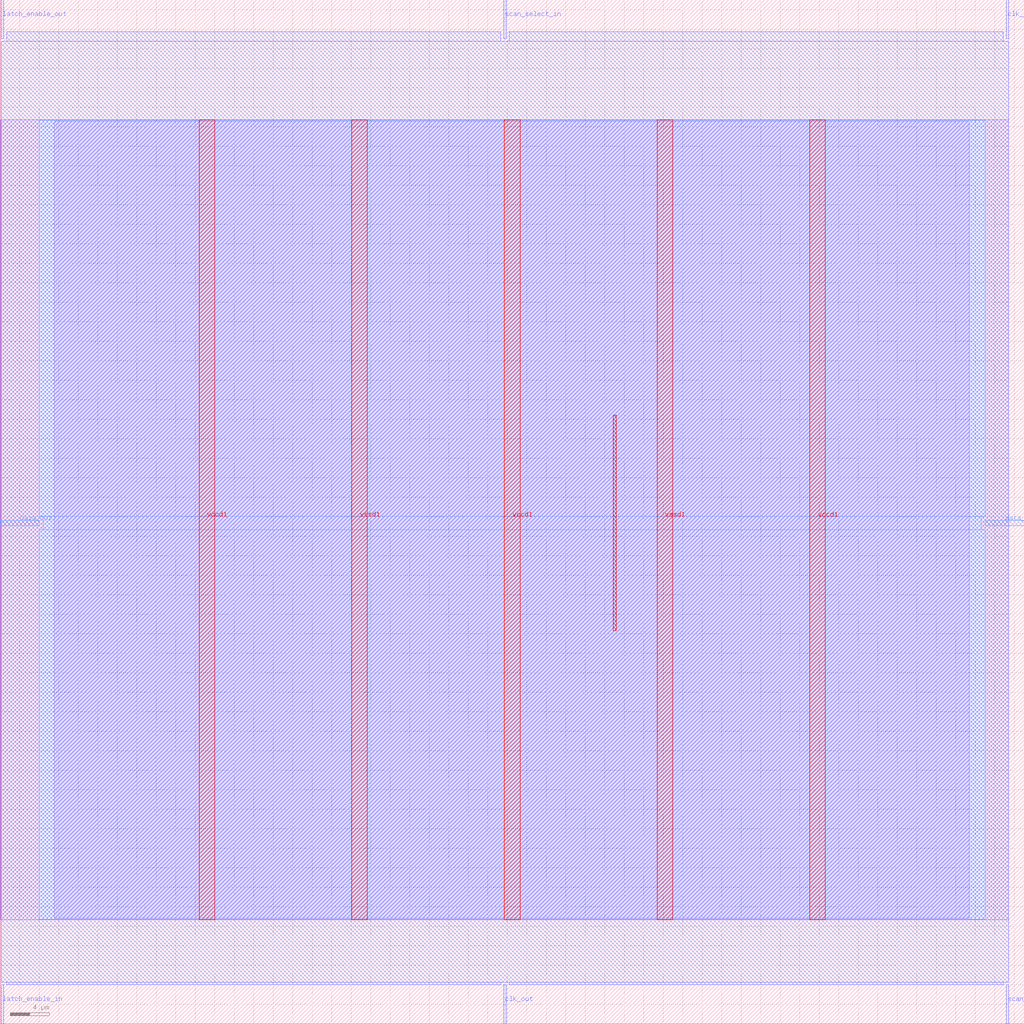
<source format=lef>
VERSION 5.7 ;
  NOWIREEXTENSIONATPIN ON ;
  DIVIDERCHAR "/" ;
  BUSBITCHARS "[]" ;
MACRO scan_wrapper_341266732010177108
  CLASS BLOCK ;
  FOREIGN scan_wrapper_341266732010177108 ;
  ORIGIN 0.000 0.000 ;
  SIZE 105.000 BY 105.000 ;
  PIN clk_in
    DIRECTION INPUT ;
    USE SIGNAL ;
    PORT
      LAYER met2 ;
        RECT 103.130 101.000 103.410 105.000 ;
    END
  END clk_in
  PIN clk_out
    DIRECTION OUTPUT TRISTATE ;
    USE SIGNAL ;
    PORT
      LAYER met2 ;
        RECT 51.610 0.000 51.890 4.000 ;
    END
  END clk_out
  PIN data_in
    DIRECTION INPUT ;
    USE SIGNAL ;
    PORT
      LAYER met3 ;
        RECT 101.000 51.040 105.000 51.640 ;
    END
  END data_in
  PIN data_out
    DIRECTION OUTPUT TRISTATE ;
    USE SIGNAL ;
    PORT
      LAYER met3 ;
        RECT 0.000 51.040 4.000 51.640 ;
    END
  END data_out
  PIN latch_enable_in
    DIRECTION INPUT ;
    USE SIGNAL ;
    PORT
      LAYER met2 ;
        RECT 0.090 0.000 0.370 4.000 ;
    END
  END latch_enable_in
  PIN latch_enable_out
    DIRECTION OUTPUT TRISTATE ;
    USE SIGNAL ;
    PORT
      LAYER met2 ;
        RECT 0.090 101.000 0.370 105.000 ;
    END
  END latch_enable_out
  PIN scan_select_in
    DIRECTION INPUT ;
    USE SIGNAL ;
    PORT
      LAYER met2 ;
        RECT 51.610 101.000 51.890 105.000 ;
    END
  END scan_select_in
  PIN scan_select_out
    DIRECTION OUTPUT TRISTATE ;
    USE SIGNAL ;
    PORT
      LAYER met2 ;
        RECT 103.130 0.000 103.410 4.000 ;
    END
  END scan_select_out
  PIN vccd1
    DIRECTION INPUT ;
    USE POWER ;
    PORT
      LAYER met4 ;
        RECT 20.380 10.640 21.980 92.720 ;
    END
    PORT
      LAYER met4 ;
        RECT 51.700 10.640 53.300 92.720 ;
    END
    PORT
      LAYER met4 ;
        RECT 83.020 10.640 84.620 92.720 ;
    END
  END vccd1
  PIN vssd1
    DIRECTION INPUT ;
    USE GROUND ;
    PORT
      LAYER met4 ;
        RECT 36.040 10.640 37.640 92.720 ;
    END
    PORT
      LAYER met4 ;
        RECT 67.360 10.640 68.960 92.720 ;
    END
  END vssd1
  OBS
      LAYER li1 ;
        RECT 5.520 10.795 99.360 92.565 ;
      LAYER met1 ;
        RECT 0.070 10.640 103.430 92.720 ;
      LAYER met2 ;
        RECT 0.650 100.720 51.330 101.730 ;
        RECT 52.170 100.720 102.850 101.730 ;
        RECT 0.100 4.280 103.400 100.720 ;
        RECT 0.650 4.000 51.330 4.280 ;
        RECT 52.170 4.000 102.850 4.280 ;
      LAYER met3 ;
        RECT 4.000 52.040 101.000 92.645 ;
        RECT 4.400 50.640 100.600 52.040 ;
        RECT 4.000 10.715 101.000 50.640 ;
      LAYER met4 ;
        RECT 62.855 40.295 63.185 62.385 ;
  END
END scan_wrapper_341266732010177108
END LIBRARY


</source>
